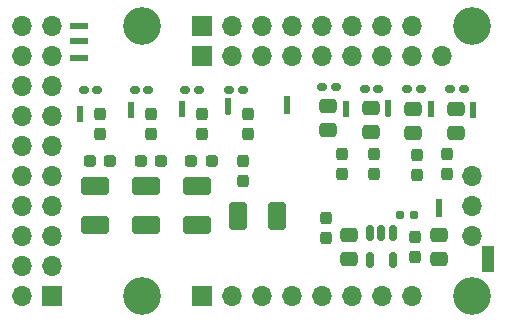
<source format=gbr>
%TF.GenerationSoftware,KiCad,Pcbnew,8.0.7*%
%TF.CreationDate,2024-12-23T20:58:06-05:00*%
%TF.ProjectId,tac5212_audio_board_single_ended,74616335-3231-4325-9f61-7564696f5f62,rev?*%
%TF.SameCoordinates,Original*%
%TF.FileFunction,Soldermask,Bot*%
%TF.FilePolarity,Negative*%
%FSLAX46Y46*%
G04 Gerber Fmt 4.6, Leading zero omitted, Abs format (unit mm)*
G04 Created by KiCad (PCBNEW 8.0.7) date 2024-12-23 20:58:06*
%MOMM*%
%LPD*%
G01*
G04 APERTURE LIST*
G04 Aperture macros list*
%AMRoundRect*
0 Rectangle with rounded corners*
0 $1 Rounding radius*
0 $2 $3 $4 $5 $6 $7 $8 $9 X,Y pos of 4 corners*
0 Add a 4 corners polygon primitive as box body*
4,1,4,$2,$3,$4,$5,$6,$7,$8,$9,$2,$3,0*
0 Add four circle primitives for the rounded corners*
1,1,$1+$1,$2,$3*
1,1,$1+$1,$4,$5*
1,1,$1+$1,$6,$7*
1,1,$1+$1,$8,$9*
0 Add four rect primitives between the rounded corners*
20,1,$1+$1,$2,$3,$4,$5,0*
20,1,$1+$1,$4,$5,$6,$7,0*
20,1,$1+$1,$6,$7,$8,$9,0*
20,1,$1+$1,$8,$9,$2,$3,0*%
G04 Aperture macros list end*
%ADD10C,0.010000*%
%ADD11R,1.700000X1.700000*%
%ADD12O,1.700000X1.700000*%
%ADD13C,3.200000*%
%ADD14RoundRect,0.250000X0.475000X-0.337500X0.475000X0.337500X-0.475000X0.337500X-0.475000X-0.337500X0*%
%ADD15RoundRect,0.237500X-0.237500X0.300000X-0.237500X-0.300000X0.237500X-0.300000X0.237500X0.300000X0*%
%ADD16R,0.500000X0.500000*%
%ADD17R,0.450000X0.750000*%
%ADD18RoundRect,0.160000X0.222500X0.160000X-0.222500X0.160000X-0.222500X-0.160000X0.222500X-0.160000X0*%
%ADD19RoundRect,0.237500X-0.287500X-0.237500X0.287500X-0.237500X0.287500X0.237500X-0.287500X0.237500X0*%
%ADD20RoundRect,0.237500X0.237500X-0.300000X0.237500X0.300000X-0.237500X0.300000X-0.237500X-0.300000X0*%
%ADD21R,0.508000X0.500000*%
%ADD22R,0.508000X0.508000*%
%ADD23RoundRect,0.250001X0.924999X-0.499999X0.924999X0.499999X-0.924999X0.499999X-0.924999X-0.499999X0*%
%ADD24R,0.500000X0.508000*%
%ADD25RoundRect,0.250001X-0.499999X-0.924999X0.499999X-0.924999X0.499999X0.924999X-0.499999X0.924999X0*%
%ADD26RoundRect,0.237500X0.287500X0.237500X-0.287500X0.237500X-0.287500X-0.237500X0.287500X-0.237500X0*%
%ADD27RoundRect,0.160000X-0.222500X-0.160000X0.222500X-0.160000X0.222500X0.160000X-0.222500X0.160000X0*%
%ADD28RoundRect,0.250000X-0.475000X0.337500X-0.475000X-0.337500X0.475000X-0.337500X0.475000X0.337500X0*%
%ADD29RoundRect,0.150000X-0.150000X0.512500X-0.150000X-0.512500X0.150000X-0.512500X0.150000X0.512500X0*%
%ADD30RoundRect,0.160000X-0.197500X-0.160000X0.197500X-0.160000X0.197500X0.160000X-0.197500X0.160000X0*%
%ADD31RoundRect,0.237500X-0.237500X0.287500X-0.237500X-0.287500X0.237500X-0.287500X0.237500X0.287500X0*%
%ADD32R,0.475000X0.675000*%
G04 APERTURE END LIST*
%TO.C,OP2*%
G36*
X100550000Y-107425000D02*
G01*
X100050000Y-107425000D01*
X100050000Y-106575000D01*
X100550000Y-106575000D01*
X100550000Y-107425000D01*
G37*
%TO.C,INP2*%
G36*
X121650000Y-107435000D02*
G01*
X121150000Y-107435000D01*
X121150000Y-106585000D01*
X121650000Y-106585000D01*
X121650000Y-107435000D01*
G37*
%TO.C,GND108*%
G36*
X108946000Y-106154000D02*
G01*
X109454000Y-106154000D01*
X109454000Y-106654000D01*
X108946000Y-106654000D01*
X108946000Y-106154000D01*
G37*
%TO.C,INM2*%
G36*
X125250000Y-107482500D02*
G01*
X124750000Y-107482500D01*
X124750000Y-106632500D01*
X125250000Y-106632500D01*
X125250000Y-107482500D01*
G37*
%TO.C,OM2*%
G36*
X104450000Y-107200000D02*
G01*
X103950000Y-107200000D01*
X103950000Y-106350000D01*
X104450000Y-106350000D01*
X104450000Y-107200000D01*
G37*
%TO.C,3V108*%
D10*
X126700000Y-120460000D02*
X125700000Y-120460000D01*
X125700000Y-118350000D01*
X126700000Y-118350000D01*
X126700000Y-120460000D01*
G36*
X126700000Y-120460000D02*
G01*
X125700000Y-120460000D01*
X125700000Y-118350000D01*
X126700000Y-118350000D01*
X126700000Y-120460000D01*
G37*
%TO.C,SDA108*%
G36*
X91346000Y-102654000D02*
G01*
X91846000Y-102654000D01*
X91846000Y-102146000D01*
X91346000Y-102146000D01*
X91346000Y-102654000D01*
G37*
%TO.C,MCLK108*%
G36*
X91354000Y-99954000D02*
G01*
X91846000Y-99954000D01*
X91846000Y-99446000D01*
X91354000Y-99446000D01*
X91354000Y-99954000D01*
G37*
%TO.C,SCL108*%
G36*
X91346000Y-101254000D02*
G01*
X91846000Y-101254000D01*
X91846000Y-100746000D01*
X91346000Y-100746000D01*
X91346000Y-101254000D01*
G37*
%TO.C,OP1*%
G36*
X96250000Y-107500000D02*
G01*
X95750000Y-107500000D01*
X95750000Y-106650000D01*
X96250000Y-106650000D01*
X96250000Y-107500000D01*
G37*
%TO.C,INM1*%
G36*
X118050000Y-107362500D02*
G01*
X117550000Y-107362500D01*
X117550000Y-106512500D01*
X118050000Y-106512500D01*
X118050000Y-107362500D01*
G37*
%TO.C,G119*%
G36*
X122354000Y-115354000D02*
G01*
X121846000Y-115354000D01*
X121846000Y-114854000D01*
X122354000Y-114854000D01*
X122354000Y-115354000D01*
G37*
%TO.C,OM1*%
G36*
X91462500Y-106475000D02*
G01*
X91937500Y-106475000D01*
X91937500Y-107350000D01*
X91462500Y-107350000D01*
X91462500Y-106475000D01*
G37*
%TO.C,INP1*%
G36*
X114450000Y-107425000D02*
G01*
X113950000Y-107425000D01*
X113950000Y-106575000D01*
X114450000Y-106575000D01*
X114450000Y-107425000D01*
G37*
%TD*%
D11*
%TO.C,board_outline108*%
X89337500Y-122600000D03*
D12*
X86797500Y-122600000D03*
X89337500Y-120060000D03*
X86797500Y-120060000D03*
X89337500Y-117520000D03*
X86797500Y-117520000D03*
X89337500Y-114980000D03*
X86797500Y-114980000D03*
X89337500Y-112440000D03*
X86797500Y-112440000D03*
X89337500Y-109900000D03*
X86797500Y-109900000D03*
X89337500Y-107360000D03*
X86797500Y-107360000D03*
X89337500Y-104820000D03*
X86797500Y-104820000D03*
X89337500Y-102280000D03*
X86797500Y-102280000D03*
X89337500Y-99740000D03*
X86797500Y-99740000D03*
D11*
X102047500Y-102285000D03*
X102047500Y-99745000D03*
D12*
X104587500Y-102285000D03*
X104587500Y-99745000D03*
X107127500Y-102285000D03*
X107127500Y-99745000D03*
X109667500Y-102285000D03*
X109667500Y-99745000D03*
X112207500Y-102285000D03*
X112207500Y-99745000D03*
X114747500Y-102285000D03*
X114747500Y-99745000D03*
X117287500Y-102285000D03*
X117287500Y-99745000D03*
X119827500Y-102285000D03*
X119827500Y-99745000D03*
D11*
X102047500Y-122605000D03*
D12*
X104587500Y-122605000D03*
X107127500Y-122605000D03*
X109667500Y-122605000D03*
X112207500Y-122605000D03*
X114747500Y-122605000D03*
X117287500Y-122605000D03*
X119827500Y-122605000D03*
X124892500Y-117525000D03*
X124892500Y-114985000D03*
X124892500Y-112445000D03*
X122352500Y-102285000D03*
D13*
X96952500Y-99745000D03*
X124892500Y-99745000D03*
X96952500Y-122605000D03*
X124892500Y-122605000D03*
%TD*%
D14*
%TO.C,T\u002AC108*%
X122134314Y-119475000D03*
X122134314Y-117400000D03*
%TD*%
D15*
%TO.C,C127*%
X113900000Y-110537500D03*
X113900000Y-112262500D03*
%TD*%
D16*
%TO.C,OP2*%
X100300000Y-106325000D03*
D17*
X100300000Y-107100000D03*
%TD*%
D18*
%TO.C,D111*%
X104327500Y-105100000D03*
X105472500Y-105100000D03*
%TD*%
D19*
%TO.C,R108*%
X96825000Y-111100000D03*
X98575000Y-111100000D03*
%TD*%
D16*
%TO.C,INP2*%
X121400000Y-106335000D03*
D17*
X121400000Y-107110000D03*
%TD*%
D20*
%TO.C,T\u002AC109*%
X120034314Y-119300000D03*
X120034314Y-117575000D03*
%TD*%
D15*
%TO.C,C124*%
X122800000Y-110537500D03*
X122800000Y-112262500D03*
%TD*%
D21*
%TO.C,GND108*%
X109200000Y-106904000D03*
D22*
X109200000Y-105900000D03*
%TD*%
D15*
%TO.C,C125*%
X120200000Y-110637500D03*
X120200000Y-112362500D03*
%TD*%
D16*
%TO.C,INM2*%
X125000000Y-106382500D03*
D17*
X125000000Y-107157500D03*
%TD*%
D23*
%TO.C,C114*%
X93000000Y-116525000D03*
X93000000Y-113275000D03*
%TD*%
D14*
%TO.C,T\u002AC110*%
X114434314Y-119475000D03*
X114434314Y-117400000D03*
%TD*%
D16*
%TO.C,OM2*%
X104200000Y-106100000D03*
D17*
X104200000Y-106875000D03*
%TD*%
D24*
%TO.C,SDA108*%
X91096000Y-102400000D03*
D22*
X92100000Y-102400000D03*
%TD*%
%TO.C,MCLK108*%
X91100000Y-99700000D03*
X92100000Y-99700000D03*
%TD*%
D25*
%TO.C,C122*%
X105100001Y-115800000D03*
X108350001Y-115800000D03*
%TD*%
D24*
%TO.C,SCL108*%
X91096000Y-101000000D03*
D22*
X92100000Y-101000000D03*
%TD*%
D26*
%TO.C,R109*%
X94275000Y-111100000D03*
X92525000Y-111100000D03*
%TD*%
D27*
%TO.C,D113*%
X120572500Y-105035000D03*
X119427500Y-105035000D03*
%TD*%
D28*
%TO.C,FB110*%
X116300000Y-106625000D03*
X116300000Y-108700000D03*
%TD*%
%TO.C,FB111*%
X112700000Y-106462500D03*
X112700000Y-108537500D03*
%TD*%
D19*
%TO.C,R111*%
X101125000Y-111100000D03*
X102875000Y-111100000D03*
%TD*%
D27*
%TO.C,D112*%
X124172500Y-105082500D03*
X123027500Y-105082500D03*
%TD*%
D20*
%TO.C,C123*%
X105900000Y-108862500D03*
X105900000Y-107137500D03*
%TD*%
D29*
%TO.C,U109*%
X116261814Y-117277500D03*
X117211814Y-117277500D03*
X118161814Y-117277500D03*
X118161814Y-119552500D03*
X116261814Y-119552500D03*
%TD*%
D18*
%TO.C,D108*%
X96327500Y-105100000D03*
X97472500Y-105100000D03*
%TD*%
D20*
%TO.C,C113*%
X97700000Y-108862500D03*
X97700000Y-107137500D03*
%TD*%
D15*
%TO.C,C126*%
X116600000Y-110537500D03*
X116600000Y-112262500D03*
%TD*%
D18*
%TO.C,D110*%
X100627500Y-105100000D03*
X101772500Y-105100000D03*
%TD*%
D23*
%TO.C,C110*%
X97300000Y-116525000D03*
X97300000Y-113275000D03*
%TD*%
D18*
%TO.C,D109*%
X92027500Y-105100000D03*
X93172500Y-105100000D03*
%TD*%
D30*
%TO.C,R127*%
X118802500Y-115700000D03*
X119997500Y-115700000D03*
%TD*%
D20*
%TO.C,C121*%
X102000000Y-108862500D03*
X102000000Y-107137500D03*
%TD*%
D23*
%TO.C,C120*%
X101600000Y-116525000D03*
X101600000Y-113275000D03*
%TD*%
D27*
%TO.C,D114*%
X116972500Y-105035000D03*
X115827500Y-105035000D03*
%TD*%
D16*
%TO.C,OP1*%
X96000000Y-106400000D03*
D17*
X96000000Y-107175000D03*
%TD*%
D31*
%TO.C,R116*%
X105500000Y-111125000D03*
X105500000Y-112875000D03*
%TD*%
D16*
%TO.C,INM1*%
X117800000Y-106262500D03*
D17*
X117800000Y-107037500D03*
%TD*%
D28*
%TO.C,FB109*%
X119900000Y-106697500D03*
X119900000Y-108772500D03*
%TD*%
D21*
%TO.C,G119*%
X122100000Y-115604000D03*
D22*
X122100000Y-114600000D03*
%TD*%
D28*
%TO.C,FB108*%
X123500000Y-106735000D03*
X123500000Y-108810000D03*
%TD*%
D27*
%TO.C,D115*%
X113372500Y-104900000D03*
X112227500Y-104900000D03*
%TD*%
D15*
%TO.C,C129*%
X112500000Y-115937499D03*
X112500000Y-117662501D03*
%TD*%
D16*
%TO.C,OM1*%
X91700000Y-107600000D03*
D32*
X91700000Y-106812500D03*
%TD*%
D20*
%TO.C,C117*%
X93400000Y-108862500D03*
X93400000Y-107137500D03*
%TD*%
D16*
%TO.C,INP1*%
X114200000Y-106325000D03*
D17*
X114200000Y-107100000D03*
%TD*%
M02*

</source>
